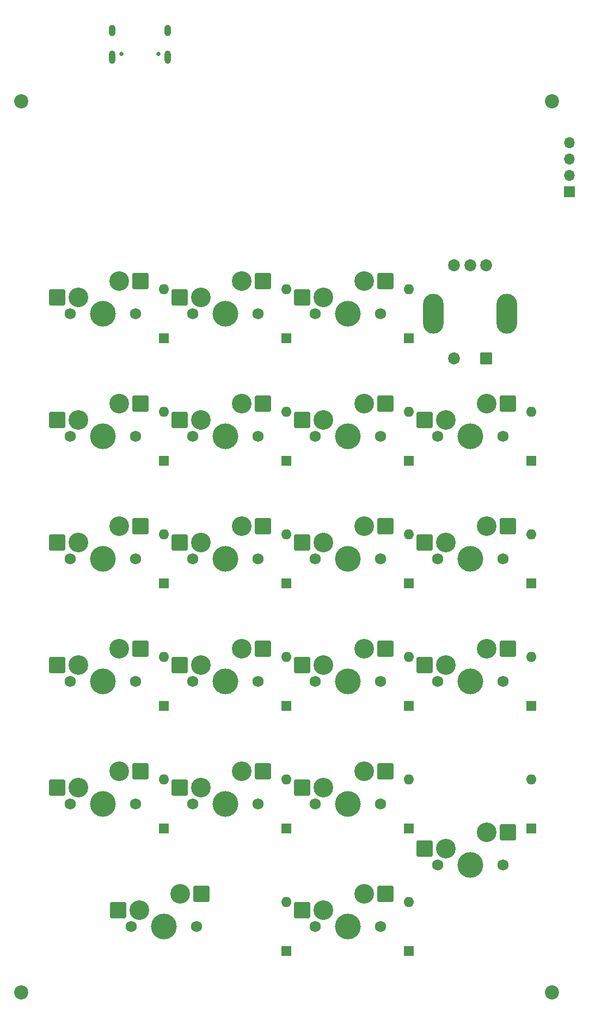
<source format=gbr>
%TF.GenerationSoftware,KiCad,Pcbnew,8.0.6*%
%TF.CreationDate,2024-12-09T21:02:00-05:00*%
%TF.ProjectId,kiCAD Keypad,6b694341-4420-44b6-9579-7061642e6b69,rev?*%
%TF.SameCoordinates,Original*%
%TF.FileFunction,Soldermask,Bot*%
%TF.FilePolarity,Negative*%
%FSLAX46Y46*%
G04 Gerber Fmt 4.6, Leading zero omitted, Abs format (unit mm)*
G04 Created by KiCad (PCBNEW 8.0.6) date 2024-12-09 21:02:00*
%MOMM*%
%LPD*%
G01*
G04 APERTURE LIST*
G04 Aperture macros list*
%AMRoundRect*
0 Rectangle with rounded corners*
0 $1 Rounding radius*
0 $2 $3 $4 $5 $6 $7 $8 $9 X,Y pos of 4 corners*
0 Add a 4 corners polygon primitive as box body*
4,1,4,$2,$3,$4,$5,$6,$7,$8,$9,$2,$3,0*
0 Add four circle primitives for the rounded corners*
1,1,$1+$1,$2,$3*
1,1,$1+$1,$4,$5*
1,1,$1+$1,$6,$7*
1,1,$1+$1,$8,$9*
0 Add four rect primitives between the rounded corners*
20,1,$1+$1,$2,$3,$4,$5,0*
20,1,$1+$1,$4,$5,$6,$7,0*
20,1,$1+$1,$6,$7,$8,$9,0*
20,1,$1+$1,$8,$9,$2,$3,0*%
G04 Aperture macros list end*
%ADD10O,1.700000X1.700000*%
%ADD11R,1.700000X1.700000*%
%ADD12RoundRect,0.102000X0.825000X0.825000X-0.825000X0.825000X-0.825000X-0.825000X0.825000X-0.825000X0*%
%ADD13C,1.854000*%
%ADD14O,3.204000X6.204000*%
%ADD15C,1.750000*%
%ADD16C,3.050000*%
%ADD17C,4.000000*%
%ADD18RoundRect,0.250000X-1.025000X-1.000000X1.025000X-1.000000X1.025000X1.000000X-1.025000X1.000000X0*%
%ADD19C,2.200000*%
%ADD20C,0.650000*%
%ADD21O,1.000000X2.100000*%
%ADD22O,1.000000X1.800000*%
%ADD23R,1.600000X1.600000*%
%ADD24O,1.600000X1.600000*%
G04 APERTURE END LIST*
D10*
%TO.C,J2*%
X122300000Y-54380000D03*
X122300000Y-56920000D03*
X122300000Y-59460000D03*
D11*
X122300000Y-62000000D03*
%TD*%
D12*
%TO.C,SW3*%
X109338750Y-87962500D03*
D13*
X104338750Y-87962500D03*
X109338750Y-73462500D03*
X104338750Y-73462500D03*
X106838750Y-73462500D03*
D14*
X112538750Y-80962500D03*
X101138750Y-80962500D03*
%TD*%
D15*
%TO.C,S8*%
X44608750Y-119062500D03*
D16*
X45878750Y-116522500D03*
D17*
X49688750Y-119062500D03*
D16*
X52228750Y-113982500D03*
D15*
X54768750Y-119062500D03*
D18*
X42603750Y-116522500D03*
X55530750Y-113982500D03*
%TD*%
D15*
%TO.C,S1*%
X44608750Y-80962500D03*
D16*
X45878750Y-78422500D03*
D17*
X49688750Y-80962500D03*
D16*
X52228750Y-75882500D03*
D15*
X54768750Y-80962500D03*
D18*
X42603750Y-78422500D03*
X55530750Y-75882500D03*
%TD*%
D15*
%TO.C,S21*%
X82708750Y-176212500D03*
D16*
X83978750Y-173672500D03*
D17*
X87788750Y-176212500D03*
D16*
X90328750Y-171132500D03*
D15*
X92868750Y-176212500D03*
D18*
X80703750Y-173672500D03*
X93630750Y-171132500D03*
%TD*%
D15*
%TO.C,S3*%
X82738750Y-80962500D03*
D16*
X84008750Y-78422500D03*
D17*
X87818750Y-80962500D03*
D16*
X90358750Y-75882500D03*
D15*
X92898750Y-80962500D03*
D18*
X80733750Y-78422500D03*
X93660750Y-75882500D03*
%TD*%
D19*
%TO.C,H1*%
X119600000Y-47950000D03*
%TD*%
%TO.C,H2*%
X37000000Y-48000000D03*
%TD*%
D15*
%TO.C,S12*%
X44608750Y-138112500D03*
D16*
X45878750Y-135572500D03*
D17*
X49688750Y-138112500D03*
D16*
X52228750Y-133032500D03*
D15*
X54768750Y-138112500D03*
D18*
X42603750Y-135572500D03*
X55530750Y-133032500D03*
%TD*%
D19*
%TO.C,H4*%
X37000000Y-186500000D03*
%TD*%
D15*
%TO.C,S14*%
X82708750Y-138112500D03*
D16*
X83978750Y-135572500D03*
D17*
X87788750Y-138112500D03*
D16*
X90328750Y-133032500D03*
D15*
X92868750Y-138112500D03*
D18*
X80703750Y-135572500D03*
X93630750Y-133032500D03*
%TD*%
D15*
%TO.C,S6*%
X82708750Y-100012500D03*
D16*
X83978750Y-97472500D03*
D17*
X87788750Y-100012500D03*
D16*
X90328750Y-94932500D03*
D15*
X92868750Y-100012500D03*
D18*
X80703750Y-97472500D03*
X93630750Y-94932500D03*
%TD*%
D15*
%TO.C,S7*%
X101758750Y-100012500D03*
D16*
X103028750Y-97472500D03*
D17*
X106838750Y-100012500D03*
D16*
X109378750Y-94932500D03*
D15*
X111918750Y-100012500D03*
D18*
X99753750Y-97472500D03*
X112680750Y-94932500D03*
%TD*%
D15*
%TO.C,S13*%
X63658750Y-138112500D03*
D16*
X64928750Y-135572500D03*
D17*
X68738750Y-138112500D03*
D16*
X71278750Y-133032500D03*
D15*
X73818750Y-138112500D03*
D18*
X61653750Y-135572500D03*
X74580750Y-133032500D03*
%TD*%
D15*
%TO.C,S11*%
X101758750Y-119062500D03*
D16*
X103028750Y-116522500D03*
D17*
X106838750Y-119062500D03*
D16*
X109378750Y-113982500D03*
D15*
X111918750Y-119062500D03*
D18*
X99753750Y-116522500D03*
X112680750Y-113982500D03*
%TD*%
D15*
%TO.C,S2*%
X63688750Y-80962500D03*
D16*
X64958750Y-78422500D03*
D17*
X68768750Y-80962500D03*
D16*
X71308750Y-75882500D03*
D15*
X73848750Y-80962500D03*
D18*
X61683750Y-78422500D03*
X74610750Y-75882500D03*
%TD*%
D15*
%TO.C,S4*%
X44608750Y-100012500D03*
D16*
X45878750Y-97472500D03*
D17*
X49688750Y-100012500D03*
D16*
X52228750Y-94932500D03*
D15*
X54768750Y-100012500D03*
D18*
X42603750Y-97472500D03*
X55530750Y-94932500D03*
%TD*%
D15*
%TO.C,S5*%
X63658750Y-100012500D03*
D16*
X64928750Y-97472500D03*
D17*
X68738750Y-100012500D03*
D16*
X71278750Y-94932500D03*
D15*
X73818750Y-100012500D03*
D18*
X61653750Y-97472500D03*
X74580750Y-94932500D03*
%TD*%
D15*
%TO.C,S18*%
X82708750Y-157162500D03*
D16*
X83978750Y-154622500D03*
D17*
X87788750Y-157162500D03*
D16*
X90328750Y-152082500D03*
D15*
X92868750Y-157162500D03*
D18*
X80703750Y-154622500D03*
X93630750Y-152082500D03*
%TD*%
D15*
%TO.C,S20*%
X54133750Y-176212500D03*
D16*
X55403750Y-173672500D03*
D17*
X59213750Y-176212500D03*
D16*
X61753750Y-171132500D03*
D15*
X64293750Y-176212500D03*
D18*
X52128750Y-173672500D03*
X65055750Y-171132500D03*
%TD*%
D15*
%TO.C,S15*%
X101758750Y-138112500D03*
D16*
X103028750Y-135572500D03*
D17*
X106838750Y-138112500D03*
D16*
X109378750Y-133032500D03*
D15*
X111918750Y-138112500D03*
D18*
X99753750Y-135572500D03*
X112680750Y-133032500D03*
%TD*%
D15*
%TO.C,S17*%
X63658750Y-157162500D03*
D16*
X64928750Y-154622500D03*
D17*
X68738750Y-157162500D03*
D16*
X71278750Y-152082500D03*
D15*
X73818750Y-157162500D03*
D18*
X61653750Y-154622500D03*
X74580750Y-152082500D03*
%TD*%
D15*
%TO.C,S9*%
X63658750Y-119062500D03*
D16*
X64928750Y-116522500D03*
D17*
X68738750Y-119062500D03*
D16*
X71278750Y-113982500D03*
D15*
X73818750Y-119062500D03*
D18*
X61653750Y-116522500D03*
X74580750Y-113982500D03*
%TD*%
D15*
%TO.C,S10*%
X82708750Y-119062500D03*
D16*
X83978750Y-116522500D03*
D17*
X87788750Y-119062500D03*
D16*
X90328750Y-113982500D03*
D15*
X92868750Y-119062500D03*
D18*
X80703750Y-116522500D03*
X93630750Y-113982500D03*
%TD*%
D20*
%TO.C,J1*%
X58390000Y-40605000D03*
X52610000Y-40605000D03*
D21*
X59820000Y-41105000D03*
D22*
X59820000Y-36925000D03*
D21*
X51180000Y-41105000D03*
D22*
X51180000Y-36925000D03*
%TD*%
D15*
%TO.C,S16*%
X44608750Y-157162500D03*
D16*
X45878750Y-154622500D03*
D17*
X49688750Y-157162500D03*
D16*
X52228750Y-152082500D03*
D15*
X54768750Y-157162500D03*
D18*
X42603750Y-154622500D03*
X55530750Y-152082500D03*
%TD*%
D15*
%TO.C,S19*%
X101758750Y-166687500D03*
D16*
X103028750Y-164147500D03*
D17*
X106838750Y-166687500D03*
D16*
X109378750Y-161607500D03*
D15*
X111918750Y-166687500D03*
D18*
X99753750Y-164147500D03*
X112680750Y-161607500D03*
%TD*%
D19*
%TO.C,H3*%
X119600000Y-186450000D03*
%TD*%
D23*
%TO.C,D16*%
X59213750Y-160972500D03*
D24*
X59213750Y-153352500D03*
%TD*%
D23*
%TO.C,D5*%
X78263750Y-103822500D03*
D24*
X78263750Y-96202500D03*
%TD*%
D23*
%TO.C,D14*%
X97313750Y-141922500D03*
D24*
X97313750Y-134302500D03*
%TD*%
D23*
%TO.C,D9*%
X78263750Y-122872500D03*
D24*
X78263750Y-115252500D03*
%TD*%
D23*
%TO.C,D4*%
X59213750Y-103822500D03*
D24*
X59213750Y-96202500D03*
%TD*%
D23*
%TO.C,D1*%
X59213750Y-84772500D03*
D24*
X59213750Y-77152500D03*
%TD*%
D23*
%TO.C,D17*%
X78263750Y-160972500D03*
D24*
X78263750Y-153352500D03*
%TD*%
D23*
%TO.C,D19*%
X116363750Y-160972500D03*
D24*
X116363750Y-153352500D03*
%TD*%
D23*
%TO.C,D6*%
X97313750Y-103822500D03*
D24*
X97313750Y-96202500D03*
%TD*%
D23*
%TO.C,D10*%
X97313750Y-122872500D03*
D24*
X97313750Y-115252500D03*
%TD*%
D23*
%TO.C,D20*%
X78263750Y-180022500D03*
D24*
X78263750Y-172402500D03*
%TD*%
D23*
%TO.C,D21*%
X97313750Y-180022500D03*
D24*
X97313750Y-172402500D03*
%TD*%
D23*
%TO.C,D2*%
X78263750Y-84772500D03*
D24*
X78263750Y-77152500D03*
%TD*%
D23*
%TO.C,D3*%
X97313750Y-84772500D03*
D24*
X97313750Y-77152500D03*
%TD*%
D23*
%TO.C,D8*%
X59213750Y-122872500D03*
D24*
X59213750Y-115252500D03*
%TD*%
D23*
%TO.C,D15*%
X116363750Y-141922500D03*
D24*
X116363750Y-134302500D03*
%TD*%
D23*
%TO.C,D12*%
X59213750Y-141922500D03*
D24*
X59213750Y-134302500D03*
%TD*%
D23*
%TO.C,D11*%
X116363750Y-122872500D03*
D24*
X116363750Y-115252500D03*
%TD*%
D23*
%TO.C,D7*%
X116363750Y-103822500D03*
D24*
X116363750Y-96202500D03*
%TD*%
D23*
%TO.C,D18*%
X97313750Y-160972500D03*
D24*
X97313750Y-153352500D03*
%TD*%
D23*
%TO.C,D13*%
X78263750Y-141922500D03*
D24*
X78263750Y-134302500D03*
%TD*%
M02*

</source>
